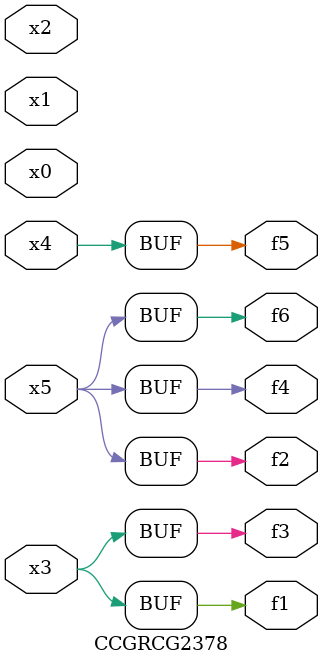
<source format=v>
module CCGRCG2378(
	input x0, x1, x2, x3, x4, x5,
	output f1, f2, f3, f4, f5, f6
);
	assign f1 = x3;
	assign f2 = x5;
	assign f3 = x3;
	assign f4 = x5;
	assign f5 = x4;
	assign f6 = x5;
endmodule

</source>
